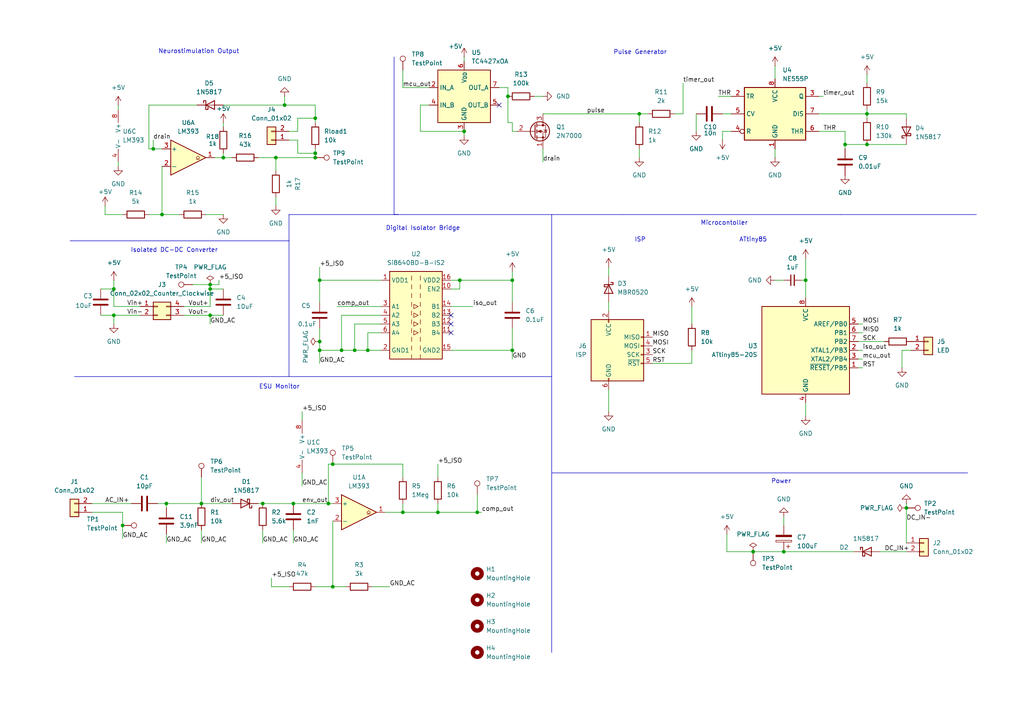
<source format=kicad_sch>
(kicad_sch (version 20250114) (generator "eeschema") (generator_version "9.0")
  (paper "A4")
  (text "ESU Monitor" (at 81.026 112.268 0) (effects (font (size 1.27 1.27))))
  (text "Pulse Generator" (at 185.674 15.24 0) (effects (font (size 1.27 1.27))))
  (text "Neurostimulation Output" (at 57.658 14.986 0) (effects (font (size 1.27 1.27))))
  (text "Digital Isolator Bridge\n\n" (at 122.682 67.31 0) (effects (font (size 1.27 1.27))))
  (text "Isolated DC-DC Converter" (at 50.546 72.644 0) (effects (font (size 1.27 1.27))))
  (text "Microcontoller" (at 210.058 64.77 0) (effects (font (size 1.27 1.27))))
  (text "ISP" (at 185.674 69.596 0) (effects (font (size 1.27 1.27))))
  (text "Power" (at 226.568 139.7 0) (effects (font (size 1.27 1.27))))
  (text "ATtiny85" (at 218.44 69.596 0) (effects (font (size 1.27 1.27))))
  (junction (at 33.02 83.82))
  (junction (at 99.06 101.6))
  (junction (at 127 148.59))
  (junction (at 102.87 101.6))
  (junction (at 76.2 146.05))
  (junction (at 60.96 82.55))
  (junction (at 138.43 148.59))
  (junction (at 92.71 101.6))
  (junction (at 251.46 41.91))
  (junction (at 148.59 101.6))
  (junction (at 106.68 101.6))
  (junction (at 85.09 146.05))
  (junction (at 227.33 160.02))
  (junction (at 185.42 33.02))
  (junction (at 58.42 146.05))
  (junction (at 80.01 45.72))
  (junction (at 33.02 91.44))
  (junction (at 133.35 81.28))
  (junction (at 60.96 83.82))
  (junction (at 91.44 34.29))
  (junction (at 48.26 146.05))
  (junction (at 96.52 170.18))
  (junction (at 82.55 30.48))
  (junction (at 147.32 27.94))
  (junction (at 96.52 134.62))
  (junction (at 46.99 62.23))
  (junction (at 35.56 152.4))
  (junction (at 91.44 44.45))
  (junction (at 60.96 91.44))
  (junction (at 251.46 33.02))
  (junction (at 92.71 99.06))
  (junction (at 245.11 41.91))
  (junction (at 134.62 38.1))
  (junction (at 92.71 81.28))
  (junction (at 218.44 160.02))
  (junction (at 95.25 146.05))
  (junction (at 64.77 45.72))
  (junction (at 44.45 43.18))
  (junction (at 91.44 45.72))
  (junction (at 116.84 148.59))
  (junction (at 233.68 81.28))
  (junction (at 148.59 81.28))
  (junction (at 262.89 147.32))
  (no_connect (at 144.78 30.48))
  (no_connect (at 130.81 91.44))
  (no_connect (at 130.81 93.98))
  (no_connect (at 130.81 96.52))
  (wire (pts (xy 80.01 49.53) (xy 80.01 45.72)))
  (wire (pts (xy 91.44 30.48) (xy 91.44 34.29)))
  (wire (pts (xy 86.36 38.1) (xy 86.36 34.29)))
  (wire (pts (xy 189.23 105.41) (xy 200.66 105.41)))
  (wire (pts (xy 116.84 148.59) (xy 127 148.59)))
  (wire (pts (xy 127 148.59) (xy 138.43 148.59)))
  (wire (pts (xy 97.79 88.9) (xy 110.49 88.9)))
  (wire (pts (xy 148.59 101.6) (xy 148.59 104.14)))
  (wire (pts (xy 237.49 38.1) (xy 245.11 38.1)))
  (wire (pts (xy 58.42 146.05) (xy 67.31 146.05)))
  (polyline (pts (xy 160.02 109.22) (xy 160.02 189.23)))
  (wire (pts (xy 227.33 160.02) (xy 247.65 160.02)))
  (wire (pts (xy 96.52 170.18) (xy 100.33 170.18)))
  (wire (pts (xy 233.68 74.93) (xy 233.68 81.28)))
  (wire (pts (xy 99.06 101.6) (xy 102.87 101.6)))
  (polyline (pts (xy 83.82 62.23) (xy 160.02 62.23)))
  (wire (pts (xy 85.09 153.67) (xy 85.09 157.48)))
  (wire (pts (xy 46.99 62.23) (xy 52.07 62.23)))
  (wire (pts (xy 64.77 44.45) (xy 64.77 45.72)))
  (wire (pts (xy 110.49 91.44) (xy 99.06 91.44)))
  (wire (pts (xy 48.26 146.05) (xy 48.26 147.32)))
  (wire (pts (xy 130.81 81.28) (xy 133.35 81.28)))
  (wire (pts (xy 127 146.05) (xy 127 148.59)))
  (wire (pts (xy 148.59 95.25) (xy 148.59 101.6)))
  (wire (pts (xy 121.92 38.1) (xy 134.62 38.1)))
  (wire (pts (xy 227.33 149.86) (xy 227.33 152.4)))
  (wire (pts (xy 48.26 146.05) (xy 58.42 146.05)))
  (wire (pts (xy 92.71 81.28) (xy 110.49 81.28)))
  (wire (pts (xy 60.96 82.55) (xy 60.96 83.82)))
  (wire (pts (xy 121.92 30.48) (xy 121.92 38.1)))
  (wire (pts (xy 80.01 45.72) (xy 91.44 45.72)))
  (wire (pts (xy 200.66 105.41) (xy 200.66 101.6)))
  (wire (pts (xy 107.95 170.18) (xy 113.03 170.18)))
  (wire (pts (xy 29.21 91.44) (xy 33.02 91.44)))
  (wire (pts (xy 110.49 93.98) (xy 102.87 93.98)))
  (wire (pts (xy 250.19 104.14) (xy 248.92 104.14)))
  (polyline (pts (xy 180.34 62.23) (xy 160.02 62.23)))
  (wire (pts (xy 245.11 41.91) (xy 251.46 41.91)))
  (wire (pts (xy 237.49 27.94) (xy 238.76 27.94)))
  (wire (pts (xy 185.42 33.02) (xy 185.42 35.56)))
  (wire (pts (xy 148.59 38.1) (xy 149.86 38.1)))
  (wire (pts (xy 48.26 154.94) (xy 48.26 157.48)))
  (wire (pts (xy 232.41 81.28) (xy 233.68 81.28)))
  (wire (pts (xy 55.88 82.55) (xy 60.96 82.55)))
  (wire (pts (xy 106.68 101.6) (xy 110.49 101.6)))
  (wire (pts (xy 35.56 148.59) (xy 35.56 152.4)))
  (wire (pts (xy 34.29 46.99) (xy 34.29 48.26)))
  (wire (pts (xy 44.45 43.18) (xy 46.99 43.18)))
  (wire (pts (xy 86.36 44.45) (xy 91.44 44.45)))
  (wire (pts (xy 30.48 62.23) (xy 35.56 62.23)))
  (wire (pts (xy 33.02 88.9) (xy 40.64 88.9)))
  (wire (pts (xy 63.5 81.28) (xy 63.5 82.55)))
  (wire (pts (xy 58.42 153.67) (xy 58.42 157.48)))
  (wire (pts (xy 33.02 83.82) (xy 33.02 88.9)))
  (polyline (pts (xy 83.82 69.85) (xy 83.82 109.22)))
  (wire (pts (xy 87.63 119.38) (xy 87.63 121.92)))
  (wire (pts (xy 29.21 83.82) (xy 33.02 83.82)))
  (wire (pts (xy 218.44 160.02) (xy 227.33 160.02)))
  (polyline (pts (xy 180.34 62.23) (xy 243.84 62.23)))
  (wire (pts (xy 248.92 93.98) (xy 250.19 93.98)))
  (wire (pts (xy 92.71 101.6) (xy 92.71 105.41)))
  (wire (pts (xy 34.29 30.48) (xy 34.29 31.75)))
  (wire (pts (xy 64.77 35.56) (xy 64.77 36.83)))
  (wire (pts (xy 130.81 101.6) (xy 148.59 101.6)))
  (wire (pts (xy 111.76 148.59) (xy 116.84 148.59)))
  (wire (pts (xy 58.42 138.43) (xy 58.42 146.05)))
  (wire (pts (xy 248.92 106.68) (xy 250.19 106.68)))
  (wire (pts (xy 130.81 83.82) (xy 133.35 83.82)))
  (wire (pts (xy 43.18 30.48) (xy 57.15 30.48)))
  (wire (pts (xy 92.71 81.28) (xy 92.71 87.63)))
  (wire (pts (xy 85.09 146.05) (xy 95.25 146.05)))
  (wire (pts (xy 195.58 33.02) (xy 198.12 33.02)))
  (wire (pts (xy 116.84 134.62) (xy 96.52 134.62)))
  (wire (pts (xy 26.67 148.59) (xy 35.56 148.59)))
  (polyline (pts (xy 160.02 62.23) (xy 160.02 109.22)))
  (wire (pts (xy 53.34 88.9) (xy 60.96 88.9)))
  (wire (pts (xy 262.89 147.32) (xy 262.89 157.48)))
  (polyline (pts (xy 114.3 16.51) (xy 114.3 62.23)))
  (wire (pts (xy 80.01 57.15) (xy 80.01 59.69)))
  (wire (pts (xy 43.18 30.48) (xy 43.18 43.18)))
  (wire (pts (xy 251.46 33.02) (xy 262.89 33.02)))
  (wire (pts (xy 96.52 134.62) (xy 95.25 134.62)))
  (wire (pts (xy 154.94 27.94) (xy 157.48 27.94)))
  (wire (pts (xy 92.71 77.47) (xy 92.71 81.28)))
  (wire (pts (xy 185.42 43.18) (xy 185.42 45.72)))
  (wire (pts (xy 64.77 30.48) (xy 82.55 30.48)))
  (wire (pts (xy 255.27 160.02) (xy 262.89 160.02)))
  (wire (pts (xy 44.45 40.64) (xy 44.45 43.18)))
  (wire (pts (xy 134.62 38.1) (xy 134.62 39.37)))
  (wire (pts (xy 147.32 25.4) (xy 147.32 27.94)))
  (wire (pts (xy 33.02 91.44) (xy 40.64 91.44)))
  (wire (pts (xy 86.36 34.29) (xy 91.44 34.29)))
  (wire (pts (xy 233.68 116.84) (xy 233.68 120.65)))
  (wire (pts (xy 59.69 62.23) (xy 64.77 62.23)))
  (wire (pts (xy 262.89 146.05) (xy 262.89 147.32)))
  (wire (pts (xy 210.82 160.02) (xy 218.44 160.02)))
  (polyline (pts (xy 160.02 137.16) (xy 280.67 137.16)))
  (wire (pts (xy 224.79 43.18) (xy 224.79 45.72)))
  (wire (pts (xy 92.71 101.6) (xy 99.06 101.6)))
  (wire (pts (xy 208.28 27.94) (xy 212.09 27.94)))
  (wire (pts (xy 83.82 40.64) (xy 86.36 40.64)))
  (wire (pts (xy 76.2 146.05) (xy 85.09 146.05)))
  (wire (pts (xy 83.82 38.1) (xy 86.36 38.1)))
  (wire (pts (xy 91.44 43.18) (xy 91.44 44.45)))
  (wire (pts (xy 157.48 43.18) (xy 157.48 46.99)))
  (wire (pts (xy 176.53 77.47) (xy 176.53 80.01)))
  (wire (pts (xy 74.93 45.72) (xy 80.01 45.72)))
  (wire (pts (xy 130.81 88.9) (xy 137.16 88.9)))
  (wire (pts (xy 147.32 27.94) (xy 147.32 35.56)))
  (wire (pts (xy 198.12 33.02) (xy 198.12 24.13)))
  (wire (pts (xy 148.59 81.28) (xy 148.59 87.63)))
  (wire (pts (xy 147.32 35.56) (xy 148.59 35.56)))
  (wire (pts (xy 264.16 101.6) (xy 261.62 101.6)))
  (polyline (pts (xy 20.32 69.85) (xy 83.82 69.85)))
  (wire (pts (xy 91.44 44.45) (xy 91.44 45.72)))
  (wire (pts (xy 133.35 81.28) (xy 133.35 83.82)))
  (wire (pts (xy 43.18 43.18) (xy 44.45 43.18)))
  (wire (pts (xy 64.77 45.72) (xy 67.31 45.72)))
  (wire (pts (xy 91.44 170.18) (xy 96.52 170.18)))
  (wire (pts (xy 245.11 38.1) (xy 245.11 41.91)))
  (wire (pts (xy 86.36 40.64) (xy 86.36 44.45)))
  (wire (pts (xy 148.59 78.74) (xy 148.59 81.28)))
  (wire (pts (xy 251.46 33.02) (xy 251.46 34.29)))
  (wire (pts (xy 33.02 81.28) (xy 33.02 83.82)))
  (wire (pts (xy 26.67 146.05) (xy 38.1 146.05)))
  (wire (pts (xy 201.93 33.02) (xy 201.93 38.1)))
  (wire (pts (xy 233.68 81.28) (xy 233.68 86.36)))
  (wire (pts (xy 124.46 30.48) (xy 121.92 30.48)))
  (wire (pts (xy 74.93 146.05) (xy 76.2 146.05)))
  (wire (pts (xy 251.46 21.59) (xy 251.46 24.13)))
  (wire (pts (xy 261.62 101.6) (xy 261.62 106.68)))
  (wire (pts (xy 245.11 43.18) (xy 245.11 41.91)))
  (wire (pts (xy 96.52 151.13) (xy 96.52 170.18)))
  (wire (pts (xy 148.59 35.56) (xy 148.59 38.1)))
  (wire (pts (xy 78.74 167.64) (xy 78.74 170.18)))
  (wire (pts (xy 102.87 93.98) (xy 102.87 101.6)))
  (wire (pts (xy 53.34 91.44) (xy 60.96 91.44)))
  (wire (pts (xy 224.79 81.28) (xy 227.33 81.28)))
  (wire (pts (xy 76.2 153.67) (xy 76.2 157.48)))
  (wire (pts (xy 209.55 38.1) (xy 209.55 40.64)))
  (wire (pts (xy 99.06 91.44) (xy 99.06 101.6)))
  (wire (pts (xy 209.55 33.02) (xy 212.09 33.02)))
  (wire (pts (xy 33.02 91.44) (xy 33.02 93.98)))
  (wire (pts (xy 133.35 81.28) (xy 148.59 81.28)))
  (wire (pts (xy 248.92 99.06) (xy 256.54 99.06)))
  (wire (pts (xy 95.25 134.62) (xy 95.25 146.05)))
  (wire (pts (xy 138.43 143.51) (xy 138.43 148.59)))
  (wire (pts (xy 35.56 152.4) (xy 35.56 156.21)))
  (wire (pts (xy 237.49 33.02) (xy 251.46 33.02)))
  (polyline (pts (xy 21.59 109.22) (xy 160.02 109.22)))
  (wire (pts (xy 62.23 45.72) (xy 64.77 45.72)))
  (wire (pts (xy 212.09 38.1) (xy 209.55 38.1)))
  (wire (pts (xy 262.89 33.02) (xy 262.89 34.29)))
  (wire (pts (xy 60.96 91.44) (xy 60.96 93.98)))
  (wire (pts (xy 92.71 95.25) (xy 92.71 99.06)))
  (wire (pts (xy 78.74 170.18) (xy 83.82 170.18)))
  (wire (pts (xy 116.84 25.4) (xy 124.46 25.4)))
  (wire (pts (xy 157.48 33.02) (xy 185.42 33.02)))
  (wire (pts (xy 102.87 101.6) (xy 106.68 101.6)))
  (wire (pts (xy 95.25 146.05) (xy 96.52 146.05)))
  (wire (pts (xy 251.46 31.75) (xy 251.46 33.02)))
  (wire (pts (xy 248.92 101.6) (xy 250.19 101.6)))
  (wire (pts (xy 251.46 41.91) (xy 262.89 41.91)))
  (wire (pts (xy 248.92 96.52) (xy 250.19 96.52)))
  (wire (pts (xy 64.77 83.82) (xy 60.96 83.82)))
  (wire (pts (xy 134.62 16.51) (xy 134.62 17.78)))
  (wire (pts (xy 200.66 88.9) (xy 200.66 93.98)))
  (wire (pts (xy 87.63 137.16) (xy 87.63 140.97)))
  (wire (pts (xy 127 134.62) (xy 127 138.43)))
  (wire (pts (xy 116.84 146.05) (xy 116.84 148.59)))
  (wire (pts (xy 144.78 25.4) (xy 147.32 25.4)))
  (wire (pts (xy 116.84 138.43) (xy 116.84 134.62)))
  (wire (pts (xy 176.53 113.03) (xy 176.53 119.38)))
  (wire (pts (xy 210.82 154.94) (xy 210.82 160.02)))
  (wire (pts (xy 224.79 19.05) (xy 224.79 22.86)))
  (wire (pts (xy 60.96 83.82) (xy 60.96 88.9)))
  (polyline (pts (xy 114.3 62.23) (xy 115.57 62.23)))
  (wire (pts (xy 110.49 96.52) (xy 106.68 96.52)))
  (wire (pts (xy 60.96 91.44) (xy 64.77 91.44)))
  (wire (pts (xy 106.68 96.52) (xy 106.68 101.6)))
  (polyline (pts (xy 83.82 69.85) (xy 83.82 62.23)))
  (wire (pts (xy 92.71 99.06) (xy 92.71 101.6)))
  (wire (pts (xy 46.99 48.26) (xy 46.99 62.23)))
  (wire (pts (xy 82.55 27.94) (xy 82.55 30.48)))
  (wire (pts (xy 176.53 87.63) (xy 176.53 90.17)))
  (wire (pts (xy 138.43 148.59) (xy 139.7 148.59)))
  (wire (pts (xy 63.5 82.55) (xy 60.96 82.55)))
  (wire (pts (xy 82.55 30.48) (xy 91.44 30.48)))
  (wire (pts (xy 45.72 146.05) (xy 48.26 146.05)))
  (wire (pts (xy 43.18 62.23) (xy 46.99 62.23)))
  (wire (pts (xy 187.96 33.02) (xy 185.42 33.02)))
  (wire (pts (xy 116.84 20.32) (xy 116.84 25.4)))
  (polyline (pts (xy 243.84 62.23) (xy 283.21 62.23)))
  (wire (pts (xy 30.48 59.69) (xy 30.48 62.23)))
  (wire (pts (xy 91.44 34.29) (xy 91.44 35.56)))
  (label "Vout+" (at 54.61 88.9 0))
  (label "Vout-" (at 54.61 91.44 0))
  (label "MISO" (at 250.19 96.52 0))
  (label "+5_ISO" (at 63.5 81.28 0))
  (label "MISO" (at 189.23 97.79 0))
  (label "GND_AC" (at 87.63 140.97 0))
  (label "drain" (at 157.48 46.99 0))
  (label "iso_out" (at 137.16 88.9 0))
  (label "GND_AC" (at 76.2 157.48 0))
  (label "env_out" (at 87.63 146.05 0))
  (label "THR" (at 238.76 38.1 0))
  (label "GND_AC" (at 48.26 157.48 0))
  (label "mcu_out" (at 250.19 104.14 0))
  (label "RST" (at 250.19 106.68 0))
  (label "RST" (at 189.23 105.41 0))
  (label "div_out" (at 60.96 146.05 0))
  (label "AC_IN+" (at 30.48 146.05 0))
  (label "MOSI" (at 189.23 100.33 0))
  (label "+5_ISO" (at 127 134.62 0))
  (label "SCK" (at 189.23 102.87 0))
  (label "GND_AC" (at 60.96 93.98 0))
  (label "SCK" (at 250.19 99.06 0))
  (label "DC_IN-" (at 262.89 151.13 0))
  (label "GND" (at 148.59 104.14 0))
  (label "comp_out" (at 97.79 88.9 0))
  (label "GND_AC" (at 113.03 170.18 0))
  (label "Vin-" (at 36.83 91.44 0))
  (label "+5_ISO" (at 92.71 77.47 0))
  (label "mcu_out" (at 116.84 25.4 0))
  (label "+5_ISO" (at 78.74 167.64 0))
  (label "pulse" (at 170.18 33.02 0))
  (label "MOSI" (at 250.19 93.98 0))
  (label "+5_ISO" (at 87.63 119.38 0))
  (label "GND_AC" (at 58.42 157.48 0))
  (label "timer_out" (at 198.12 24.13 0))
  (label "DC_IN+" (at 256.54 160.02 0))
  (label "GND_AC" (at 35.56 156.21 0))
  (label "comp_out" (at 139.7 148.59 0))
  (label "timer_out" (at 238.76 27.94 0))
  (label "THR" (at 208.28 27.94 0))
  (label "Vin+" (at 36.83 88.9 0))
  (label "GND_AC" (at 92.71 105.41 0))
  (label "drain" (at 44.45 40.64 0))
  (label "GND_AC" (at 85.09 157.48 0))
  (label "iso_out" (at 250.19 101.6 0))
  (symbol (lib_id "Device:C") (at 148.59 91.44 0) (unit 1)
    (property "Reference" "C6" (at 152.4 90.1699 0) (effects (justify left)))
    (property "Value" "0.1uF" (at 152.4 92.7099 0) (effects (justify left)))
    (property "Footprint" "Capacitor_THT:C_Disc_D4.7mm_W2.5mm_P5.00mm" (effects (hide yes)))
    (property "Description" "Unpolarized capacitor" (effects (hide yes)))
  )
  (symbol (lib_id "Device:R") (at 64.77 40.64 180) (unit 1)
    (property "Reference" "R18" (at 59.69 39.624 0) (effects (justify right)))
    (property "Value" "1k" (at 60.452 41.656 0) (effects (justify right)))
    (property "Footprint" "Resistor_THT:R_Axial_DIN0207_L6.3mm_D2.5mm_P10.16mm_Horizontal" (effects (hide yes)))
    (property "Description" "Resistor" (effects (hide yes)))
  )
  (symbol (lib_id "Connector:TestPoint") (at 55.88 82.55 90) (unit 1)
    (property "Reference" "TP4" (at 52.578 77.47 90))
    (property "Value" "TestPoint" (at 52.578 80.01 90))
    (property "Footprint" "TestPoint:TestPoint_Pad_D1.5mm" (effects (hide yes)))
    (property "Description" "test point" (effects (hide yes)))
  )
  (symbol (lib_id "Comparator:LM393") (at 36.83 39.37 0) (unit 3)
    (property "Reference" "U6" (at 35.56 38.0999 0) (effects (justify left)))
    (property "Value" "LM393" (at 35.56 40.6399 0) (effects (justify left)))
    (property "Footprint" "Package_DIP:DIP-8_W7.62mm" (effects (hide yes)))
    (property "Datasheet" "http://www.ti.com/lit/ds/symlink/lm393.pdf" (effects (hide yes)))
    (property "Description" "Low-Power, Low-Offset Voltage, Dual Comparators, DIP-8/SOIC-8/TO-99-8" (effects (hide yes)))
  )
  (symbol (lib_id "power:GND") (at 33.02 93.98 0) (unit 1)
    (property "Reference" "#PWR01" (effects (hide yes)))
    (property "Value" "GND" (at 33.02 99.06 0))
    (property "Description" "Power symbol creates a global label with name \"GND\" , ground" (effects (hide yes)))
  )
  (symbol (lib_id "Connector:TestPoint") (at 262.89 147.32 270) (unit 1)
    (property "Reference" "TP2" (at 267.97 146.0499 90) (effects (justify left)))
    (property "Value" "TestPoint" (at 267.97 148.5899 90) (effects (justify left)))
    (property "Footprint" "TestPoint:TestPoint_Pad_D1.5mm" (effects (hide yes)))
    (property "Description" "test point" (effects (hide yes)))
  )
  (symbol (lib_id "power:PWR_FLAG") (at 262.89 147.32 90) (unit 1)
    (property "Reference" "#FLG04" (effects (hide yes)))
    (property "Value" "PWR_FLAG" (at 259.08 147.3199 90) (effects (justify left)))
    (property "Description" "Special symbol for telling ERC where power comes from" (effects (hide yes)))
  )
  (symbol (lib_id "power:+5V") (at 30.48 59.69 0) (unit 1)
    (property "Reference" "#PWR026" (effects (hide yes)))
    (property "Value" "+5V" (at 30.48 55.626 0))
    (property "Description" "Power symbol creates a global label with name \"+5V\"" (effects (hide yes)))
  )
  (symbol (lib_id "Connector_Generic:Conn_02x02_Counter_Clockwise") (at 45.72 88.9 0) (unit 1)
    (property "Reference" "J3" (at 46.99 82.55 0))
    (property "Value" "Conn_02x02_Counter_Clockwise" (at 46.99 85.09 0))
    (property "Footprint" "Connector_PinHeader_2.54mm:PinHeader_1x04_P2.54mm_Vertical" (effects (hide yes)))
    (property "Description" "Generic connector, double row, 02x02, counter clockwise pin numbering scheme (similar to DIP package numbering), script generated (kicad-library-utils/schlib/autogen/connector/)" (effects (hide yes)))
  )
  (symbol (lib_id "Device:C") (at 48.26 151.13 180) (unit 1)
    (property "Reference" "C11" (at 52.07 149.8599 0) (effects (justify right)))
    (property "Value" "3.9nF" (at 52.07 152.3999 0) (effects (justify right)))
    (property "Footprint" "Capacitor_THT:C_Disc_D4.7mm_W2.5mm_P5.00mm" (effects (hide yes)))
    (property "Description" "Unpolarized capacitor" (effects (hide yes)))
  )
  (symbol (lib_id "Diode:1N5817") (at 262.89 38.1 90) (unit 1)
    (property "Reference" "D4" (at 265.43 37.1474 90) (effects (justify right)))
    (property "Value" "1N5817" (at 265.43 39.6874 90) (effects (justify right)))
    (property "Footprint" "Diode_THT:D_DO-41_SOD81_P10.16mm_Horizontal" (effects (hide yes)))
    (property "Datasheet" "http://www.vishay.com/docs/88525/1n5817.pdf" (effects (hide yes)))
    (property "Description" "20V 1A Schottky Barrier Rectifier Diode, DO-41" (effects (hide yes)))
  )
  (symbol (lib_id "power:GND") (at 233.68 120.65 0) (unit 1)
    (property "Reference" "#PWR010" (effects (hide yes)))
    (property "Value" "GND" (at 233.68 125.73 0))
    (property "Description" "Power symbol creates a global label with name \"GND\" , ground" (effects (hide yes)))
  )
  (symbol (lib_id "power:GND") (at 245.11 50.8 0) (unit 1)
    (property "Reference" "#PWR018" (effects (hide yes)))
    (property "Value" "GND" (at 245.11 55.88 0))
    (property "Description" "Power symbol creates a global label with name \"GND\" , ground" (effects (hide yes)))
  )
  (symbol (lib_id "power:PWR_FLAG") (at 218.44 160.02 0) (unit 1)
    (property "Reference" "#FLG03" (effects (hide yes)))
    (property "Value" "PWR_FLAG" (at 218.44 154.94 0))
    (property "Description" "Special symbol for telling ERC where power comes from" (effects (hide yes)))
  )
  (symbol (lib_id "Device:C") (at 41.91 146.05 90) (unit 1)
    (property "Reference" "C1" (at 41.91 138.43 90))
    (property "Value" "10pF" (at 41.91 140.97 90))
    (property "Footprint" "Capacitor_THT:C_Disc_D4.7mm_W2.5mm_P5.00mm" (effects (hide yes)))
    (property "Description" "Unpolarized capacitor" (effects (hide yes)))
  )
  (symbol (lib_id "Diode:1N5817") (at 71.12 146.05 180) (unit 1)
    (property "Reference" "D1" (at 71.4375 139.7 0))
    (property "Value" "1N5817" (at 71.4375 142.24 0))
    (property "Footprint" "Diode_THT:D_DO-41_SOD81_P10.16mm_Horizontal" (effects (hide yes)))
    (property "Datasheet" "http://www.vishay.com/docs/88525/1n5817.pdf" (effects (hide yes)))
    (property "Description" "20V 1A Schottky Barrier Rectifier Diode, DO-41" (effects (hide yes)))
  )
  (symbol (lib_id "Device:R") (at 71.12 45.72 90) (unit 1)
    (property "Reference" "R16" (at 71.12 39.37 90))
    (property "Value" "43k" (at 71.12 41.91 90))
    (property "Footprint" "Resistor_THT:R_Axial_DIN0207_L6.3mm_D2.5mm_P10.16mm_Horizontal" (effects (hide yes)))
    (property "Description" "Resistor" (effects (hide yes)))
  )
  (symbol (lib_id "Device:C") (at 85.09 149.86 0) (unit 1)
    (property "Reference" "C2" (at 88.9 148.5899 0) (effects (justify left)))
    (property "Value" "1nF" (at 88.9 151.1299 0) (effects (justify left)))
    (property "Footprint" "Capacitor_THT:C_Disc_D4.7mm_W2.5mm_P5.00mm" (effects (hide yes)))
    (property "Description" "Unpolarized capacitor" (effects (hide yes)))
  )
  (symbol (lib_id "Device:C") (at 29.21 87.63 180) (unit 1)
    (property "Reference" "C3" (at 24.13 85.852 0) (effects (justify right)))
    (property "Value" "10uF" (at 21.844 88.646 0) (effects (justify right)))
    (property "Footprint" "Capacitor_THT:C_Disc_D4.7mm_W2.5mm_P5.00mm" (effects (hide yes)))
    (property "Description" "Unpolarized capacitor" (effects (hide yes)))
  )
  (symbol (lib_id "Device:R") (at 55.88 62.23 90) (unit 1)
    (property "Reference" "R15" (at 55.88 55.88 90))
    (property "Value" "1k" (at 55.88 58.42 90))
    (property "Footprint" "Resistor_THT:R_Axial_DIN0207_L6.3mm_D2.5mm_P10.16mm_Horizontal" (effects (hide yes)))
    (property "Description" "Resistor" (effects (hide yes)))
  )
  (symbol (lib_id "Connector_Generic:Conn_01x02") (at 267.97 157.48 0) (unit 1)
    (property "Reference" "J2" (at 270.51 157.4799 0) (effects (justify left)))
    (property "Value" "Conn_01x02" (at 270.51 160.0199 0) (effects (justify left)))
    (property "Footprint" "Connector_PinHeader_2.54mm:PinHeader_1x02_P2.54mm_Vertical" (effects (hide yes)))
    (property "Description" "Generic connector, single row, 01x02, script generated (kicad-library-utils/schlib/autogen/connector/)" (effects (hide yes)))
  )
  (symbol (lib_id "power:+5V") (at 34.29 30.48 0) (unit 1)
    (property "Reference" "#PWR024" (effects (hide yes)))
    (property "Value" "+5V" (at 34.29 25.4 0))
    (property "Description" "Power symbol creates a global label with name \"+5V\"" (effects (hide yes)))
  )
  (symbol (lib_id "power:GND") (at 201.93 38.1 0) (unit 1)
    (property "Reference" "#PWR030" (effects (hide yes)))
    (property "Value" "GND" (at 201.93 43.18 0))
    (property "Description" "Power symbol creates a global label with name \"GND\" , ground" (effects (hide yes)))
  )
  (symbol (lib_id "Device:R") (at 185.42 39.37 180) (unit 1)
    (property "Reference" "R12" (at 187.96 38.0999 0) (effects (justify right)))
    (property "Value" "1k" (at 187.96 40.6399 0) (effects (justify right)))
    (property "Footprint" "Resistor_THT:R_Axial_DIN0207_L6.3mm_D2.5mm_P10.16mm_Horizontal" (effects (hide yes)))
    (property "Description" "Resistor" (effects (hide yes)))
  )
  (symbol (lib_id "Mechanical:MountingHole") (at 138.43 166.37 0) (unit 1) (in_bom no)
    (property "Reference" "H1" (at 140.97 165.0999 0) (effects (justify left)))
    (property "Value" "MountingHole" (at 140.97 167.6399 0) (effects (justify left)))
    (property "Footprint" "MountingHole:MountingHole_3.2mm_M3" (effects (hide yes)))
    (property "Description" "Mounting Hole without connection" (effects (hide yes)))
  )
  (symbol (lib_id "power:GND") (at 224.79 45.72 0) (unit 1)
    (property "Reference" "#PWR013" (effects (hide yes)))
    (property "Value" "GND" (at 224.79 50.8 0))
    (property "Description" "Power symbol creates a global label with name \"GND\" , ground" (effects (hide yes)))
  )
  (symbol (lib_id "power:GND") (at 157.48 27.94 90) (unit 1)
    (property "Reference" "#PWR023" (effects (hide yes)))
    (property "Value" "GND" (at 161.29 27.9399 90) (effects (justify right)))
    (property "Description" "Power symbol creates a global label with name \"GND\" , ground" (effects (hide yes)))
  )
  (symbol (lib_id "power:GND") (at 134.62 39.37 0) (unit 1)
    (property "Reference" "#PWR022" (effects (hide yes)))
    (property "Value" "GND" (at 134.62 44.45 0))
    (property "Description" "Power symbol creates a global label with name \"GND\" , ground" (effects (hide yes)))
  )
  (symbol (lib_id "Connector_Generic:Conn_01x02") (at 21.59 148.59 180) (unit 1)
    (property "Reference" "J1" (at 21.59 139.7 0))
    (property "Value" "Conn_01x02" (at 21.59 142.24 0))
    (property "Footprint" "Connector_PinHeader_2.54mm:PinHeader_1x02_P2.54mm_Vertical" (effects (hide yes)))
    (property "Description" "Generic connector, single row, 01x02, script generated (kicad-library-utils/schlib/autogen/connector/)" (effects (hide yes)))
  )
  (symbol (lib_id "power:GND") (at 185.42 45.72 0) (unit 1)
    (property "Reference" "#PWR020" (effects (hide yes)))
    (property "Value" "GND" (at 185.42 50.8 0))
    (property "Description" "Power symbol creates a global label with name \"GND\" , ground" (effects (hide yes)))
  )
  (symbol (lib_id "Connector:TestPoint") (at 96.52 134.62 0) (unit 1)
    (property "Reference" "TP5" (at 99.06 130.0479 0) (effects (justify left)))
    (property "Value" "TestPoint" (at 99.06 132.5879 0) (effects (justify left)))
    (property "Footprint" "TestPoint:TestPoint_Pad_D1.5mm" (effects (hide yes)))
    (property "Description" "test point" (effects (hide yes)))
  )
  (symbol (lib_id "power:+5V") (at 233.68 74.93 0) (unit 1)
    (property "Reference" "#PWR09" (effects (hide yes)))
    (property "Value" "+5V" (at 233.68 69.85 0))
    (property "Description" "Power symbol creates a global label with name \"+5V\"" (effects (hide yes)))
  )
  (symbol (lib_id "Device:R") (at 251.46 38.1 0) (unit 1)
    (property "Reference" "R10" (at 254 36.8299 0) (effects (justify left)))
    (property "Value" "130k" (at 254 39.3699 0) (effects (justify left)))
    (property "Footprint" "Resistor_THT:R_Axial_DIN0207_L6.3mm_D2.5mm_P10.16mm_Horizontal" (effects (hide yes)))
    (property "Description" "Resistor" (effects (hide yes)))
  )
  (symbol (lib_id "power:GND") (at 80.01 59.69 0) (unit 1)
    (property "Reference" "#PWR028" (effects (hide yes)))
    (property "Value" "GND" (at 80.01 64.77 0))
    (property "Description" "Power symbol creates a global label with name \"GND\" , ground" (effects (hide yes)))
  )
  (symbol (lib_id "power:+5V") (at 224.79 19.05 0) (unit 1)
    (property "Reference" "#PWR014" (effects (hide yes)))
    (property "Value" "+5V" (at 224.79 13.97 0))
    (property "Description" "Power symbol creates a global label with name \"+5V\"" (effects (hide yes)))
  )
  (symbol (lib_id "Device:R") (at 80.01 53.34 0) (unit 1)
    (property "Reference" "R17" (at 86.36 53.34 90))
    (property "Value" "1k" (at 83.82 53.34 90))
    (property "Footprint" "Resistor_THT:R_Axial_DIN0207_L6.3mm_D2.5mm_P10.16mm_Horizontal" (effects (hide yes)))
    (property "Description" "Resistor" (effects (hide yes)))
  )
  (symbol (lib_id "Mechanical:MountingHole") (at 138.43 173.99 0) (unit 1) (in_bom no)
    (property "Reference" "H2" (at 140.97 172.7199 0) (effects (justify left)))
    (property "Value" "MountingHole" (at 140.97 175.2599 0) (effects (justify left)))
    (property "Footprint" "MountingHole:MountingHole_3.2mm_M3" (effects (hide yes)))
    (property "Description" "Mounting Hole without connection" (effects (hide yes)))
  )
  (symbol (lib_id "Device:R") (at 39.37 62.23 90) (unit 1)
    (property "Reference" "R14" (at 39.37 55.88 90))
    (property "Value" "5k" (at 39.37 58.42 90))
    (property "Footprint" "Resistor_THT:R_Axial_DIN0207_L6.3mm_D2.5mm_P10.16mm_Horizontal" (effects (hide yes)))
    (property "Description" "Resistor" (effects (hide yes)))
  )
  (symbol (lib_id "Device:R") (at 87.63 170.18 90) (unit 1)
    (property "Reference" "R4" (at 87.63 163.83 90))
    (property "Value" "47k" (at 87.63 166.37 90))
    (property "Footprint" "Resistor_THT:R_Axial_DIN0207_L6.3mm_D2.5mm_P10.16mm_Horizontal" (effects (hide yes)))
    (property "Description" "Resistor" (effects (hide yes)))
  )
  (symbol (lib_id "power:GND") (at 261.62 106.68 0) (unit 1)
    (property "Reference" "#PWR012" (effects (hide yes)))
    (property "Value" "GND" (at 261.62 111.76 0))
    (property "Description" "Power symbol creates a global label with name \"GND\" , ground" (effects (hide yes)))
  )
  (symbol (lib_id "Device:R") (at 200.66 97.79 0) (unit 1)
    (property "Reference" "R8" (at 203.2 96.5199 0) (effects (justify left)))
    (property "Value" "10k" (at 203.2 99.0599 0) (effects (justify left)))
    (property "Footprint" "Resistor_THT:R_Axial_DIN0207_L6.3mm_D2.5mm_P10.16mm_Horizontal" (effects (hide yes)))
    (property "Description" "Resistor" (effects (hide yes)))
  )
  (symbol (lib_id "power:+5V") (at 148.59 78.74 0) (unit 1)
    (property "Reference" "#PWR07" (effects (hide yes)))
    (property "Value" "+5V" (at 148.59 73.66 0))
    (property "Description" "Power symbol creates a global label with name \"+5V\"" (effects (hide yes)))
  )
  (symbol (lib_id "Device:C") (at 245.11 46.99 0) (unit 1)
    (property "Reference" "C9" (at 248.92 45.7199 0) (effects (justify left)))
    (property "Value" "0.01uF" (at 248.92 48.2599 0) (effects (justify left)))
    (property "Footprint" "Capacitor_THT:C_Disc_D4.7mm_W2.5mm_P5.00mm" (effects (hide yes)))
    (property "Description" "Unpolarized capacitor" (effects (hide yes)))
  )
  (symbol (lib_id "power:GND") (at 176.53 119.38 0) (unit 1)
    (property "Reference" "#PWR015" (effects (hide yes)))
    (property "Value" "GND" (at 176.53 124.46 0))
    (property "Description" "Power symbol creates a global label with name \"GND\" , ground" (effects (hide yes)))
  )
  (symbol (lib_id "power:+5V") (at 210.82 154.94 0) (unit 1)
    (property "Reference" "#PWR05" (effects (hide yes)))
    (property "Value" "+5V" (at 210.82 149.86 0))
    (property "Description" "Power symbol creates a global label with name \"+5V\"" (effects (hide yes)))
  )
  (symbol (lib_id "power:GND") (at 262.89 146.05 180) (unit 1)
    (property "Reference" "#PWR02" (effects (hide yes)))
    (property "Value" "GND" (at 262.89 140.97 0))
    (property "Description" "Power symbol creates a global label with name \"GND\" , ground" (effects (hide yes)))
  )
  (symbol (lib_id "power:GND") (at 227.33 149.86 180) (unit 1)
    (property "Reference" "#PWR04" (effects (hide yes)))
    (property "Value" "GND" (at 227.33 144.78 0))
    (property "Description" "Power symbol creates a global label with name \"GND\" , ground" (effects (hide yes)))
  )
  (symbol (lib_id "Connector_Generic:Conn_01x02") (at 269.24 99.06 0) (unit 1)
    (property "Reference" "J5" (at 271.78 99.0599 0) (effects (justify left)))
    (property "Value" "LED" (at 271.78 101.5999 0) (effects (justify left)))
    (property "Footprint" "Connector_Molex:Molex_KK-254_AE-6410-02A_1x02_P2.54mm_Vertical" (effects (hide yes)))
    (property "Description" "Generic connector, single row, 01x02, script generated (kicad-library-utils/schlib/autogen/connector/)" (effects (hide yes)))
  )
  (symbol (lib_id "power:+5V") (at 64.77 35.56 0) (unit 1)
    (property "Reference" "#PWR03" (effects (hide yes)))
    (property "Value" "+5V" (at 64.77 31.496 0))
    (property "Description" "Power symbol creates a global label with name \"+5V\"" (effects (hide yes)))
  )
  (symbol (lib_id "Driver_FET:TC4427xOA") (at 134.62 27.94 0) (unit 1)
    (property "Reference" "U5" (at 136.7633 15.24 0) (effects (justify left)))
    (property "Value" "TC4427xOA" (at 136.7633 17.78 0) (effects (justify left)))
    (property "Footprint" "Package_SO:SOIC-8_3.9x4.9mm_P1.27mm" (effects (hide yes)))
    (property "Datasheet" "https://ww1.microchip.com/downloads/en/DeviceDoc/20001422G.pdf" (effects (hide yes)))
    (property "Description" "1.5A Dual High-Speed Power MOSFET Drivers, 4.5..18V supply, TTL/CMOS compatible inputs, non-inverting drivers, SOIC-8" (effects (hide yes)))
  )
  (symbol (lib_id "Device:C") (at 92.71 91.44 0) (unit 1)
    (property "Reference" "C5" (at 87.376 88.646 0) (effects (justify left)))
    (property "Value" "0.1uF" (at 86.36 93.98 0) (effects (justify left)))
    (property "Footprint" "Capacitor_THT:C_Disc_D4.7mm_W2.5mm_P5.00mm" (effects (hide yes)))
    (property "Description" "Unpolarized capacitor" (effects (hide yes)))
  )
  (symbol (lib_id "Connector:TestPoint") (at 218.44 160.02 180) (unit 1)
    (property "Reference" "TP3" (at 220.98 162.0519 0) (effects (justify right)))
    (property "Value" "TestPoint" (at 220.98 164.5919 0) (effects (justify right)))
    (property "Footprint" "TestPoint:TestPoint_Pad_D1.5mm" (effects (hide yes)))
    (property "Description" "test point" (effects (hide yes)))
  )
  (symbol (lib_id "power:GND") (at 34.29 48.26 0) (unit 1)
    (property "Reference" "#PWR025" (effects (hide yes)))
    (property "Value" "GND" (at 34.29 53.34 0))
    (property "Description" "Power symbol creates a global label with name \"GND\" , ground" (effects (hide yes)))
  )
  (symbol (lib_id "power:GND") (at 64.77 62.23 0) (unit 1)
    (property "Reference" "#PWR027" (effects (hide yes)))
    (property "Value" "GND" (at 64.77 67.31 0))
    (property "Description" "Power symbol creates a global label with name \"GND\" , ground" (effects (hide yes)))
  )
  (symbol (lib_id "Comparator:LM393") (at 54.61 45.72 0) (unit 1)
    (property "Reference" "U6" (at 54.61 35.56 0))
    (property "Value" "LM393" (at 54.61 38.1 0))
    (property "Footprint" "Package_DIP:DIP-8_W7.62mm" (effects (hide yes)))
    (property "Datasheet" "http://www.ti.com/lit/ds/symlink/lm393.pdf" (effects (hide yes)))
    (property "Description" "Low-Power, Low-Offset Voltage, Dual Comparators, DIP-8/SOIC-8/TO-99-8" (effects (hide yes)))
  )
  (symbol (lib_id "power:PWR_FLAG") (at 60.96 82.55 0) (unit 1)
    (property "Reference" "#FLG01" (effects (hide yes)))
    (property "Value" "PWR_FLAG" (at 60.96 77.47 0))
    (property "Description" "Special symbol for telling ERC where power comes from" (effects (hide yes)))
  )
  (symbol (lib_id "Device:R") (at 191.77 33.02 90) (unit 1)
    (property "Reference" "R11" (at 191.77 26.67 90))
    (property "Value" "2k" (at 191.77 29.21 90))
    (property "Footprint" "Resistor_THT:R_Axial_DIN0207_L6.3mm_D2.5mm_P10.16mm_Horizontal" (effects (hide yes)))
    (property "Description" "Resistor" (effects (hide yes)))
  )
  (symbol (lib_id "Connector_Generic:Conn_01x02") (at 78.74 40.64 180) (unit 1)
    (property "Reference" "J4" (at 78.74 31.75 0))
    (property "Value" "Conn_01x02" (at 78.74 34.29 0))
    (property "Footprint" "Connector_PinHeader_2.54mm:PinHeader_1x02_P2.54mm_Vertical" (effects (hide yes)))
    (property "Description" "Generic connector, single row, 01x02, script generated (kicad-library-utils/schlib/autogen/connector/)" (effects (hide yes)))
  )
  (symbol (lib_id "Transistor_FET:2N7000") (at 154.94 38.1 0) (unit 1)
    (property "Reference" "Q1" (at 161.29 36.8299 0) (effects (justify left)))
    (property "Value" "2N7000" (at 161.29 39.3699 0) (effects (justify left)))
    (property "Footprint" "Package_TO_SOT_THT:TO-92_Inline" (effects (hide yes)))
    (property "Datasheet" "https://www.vishay.com/docs/70226/70226.pdf" (effects (hide yes)))
    (property "Description" "0.2A Id, 200V Vds, N-Channel MOSFET, 2.6V Logic Level, TO-92" (effects (hide yes)))
  )
  (symbol (lib_id "Device:R") (at 91.44 39.37 0) (unit 1)
    (property "Reference" "Rload1" (at 93.98 38.0999 0) (effects (justify left)))
    (property "Value" "10k" (at 93.98 40.6399 0) (effects (justify left)))
    (property "Footprint" "Resistor_THT:R_Axial_DIN0207_L6.3mm_D2.5mm_P10.16mm_Horizontal" (effects (hide yes)))
    (property "Description" "Resistor" (effects (hide yes)))
  )
  (symbol (lib_id "power:+5V") (at 33.02 81.28 0) (unit 1)
    (property "Reference" "#PWR06" (effects (hide yes)))
    (property "Value" "+5V" (at 33.02 76.2 0))
    (property "Description" "Power symbol creates a global label with name \"+5V\"" (effects (hide yes)))
  )
  (symbol (lib_id "Connector:TestPoint") (at 58.42 138.43 0) (unit 1)
    (property "Reference" "TP6" (at 60.96 133.8579 0) (effects (justify left)))
    (property "Value" "TestPoint" (at 60.96 136.3979 0) (effects (justify left)))
    (property "Footprint" "TestPoint:TestPoint_Pad_D1.5mm" (effects (hide yes)))
    (property "Description" "test point" (effects (hide yes)))
  )
  (symbol (lib_id "Device:R") (at 76.2 149.86 0) (unit 1)
    (property "Reference" "R2" (at 78.74 148.5899 0) (effects (justify left)))
    (property "Value" "5.6k" (at 78.74 151.1299 0) (effects (justify left)))
    (property "Footprint" "Resistor_THT:R_Axial_DIN0207_L6.3mm_D2.5mm_P10.16mm_Horizontal" (effects (hide yes)))
    (property "Description" "Resistor" (effects (hide yes)))
  )
  (symbol (lib_id "power:+5V") (at 200.66 88.9 0) (unit 1)
    (property "Reference" "#PWR016" (effects (hide yes)))
    (property "Value" "+5V" (at 200.66 83.82 0))
    (property "Description" "Power symbol creates a global label with name \"+5V\"" (effects (hide yes)))
  )
  (symbol (lib_id "power:PWR_FLAG") (at 92.71 99.06 90) (unit 1)
    (property "Reference" "#FLG02" (effects (hide yes)))
    (property "Value" "PWR_FLAG" (at 88.646 105.41 0) (effects (justify left)))
    (property "Description" "Special symbol for telling ERC where power comes from" (effects (hide yes)))
  )
  (symbol (lib_id "Device:C") (at 64.77 87.63 180) (unit 1)
    (property "Reference" "C4" (at 68.58 86.3599 0) (effects (justify right)))
    (property "Value" "10uF" (at 68.58 88.8999 0) (effects (justify right)))
    (property "Footprint" "Capacitor_THT:C_Disc_D4.7mm_W2.5mm_P5.00mm" (effects (hide yes)))
    (property "Description" "Unpolarized capacitor" (effects (hide yes)))
  )
  (symbol (lib_id "Device:C_Small") (at 229.87 81.28 90) (unit 1)
    (property "Reference" "C8" (at 229.8763 74.93 90))
    (property "Value" "1uF" (at 229.8763 77.47 90))
    (property "Footprint" "Capacitor_THT:C_Disc_D4.7mm_W2.5mm_P5.00mm" (effects (hide yes)))
    (property "Description" "Unpolarized capacitor, small symbol" (effects (hide yes)))
  )
  (symbol (lib_id "Device:R") (at 151.13 27.94 90) (unit 1)
    (property "Reference" "R13" (at 151.13 21.59 90))
    (property "Value" "100k" (at 151.13 24.13 90))
    (property "Footprint" "Resistor_THT:R_Axial_DIN0207_L6.3mm_D2.5mm_P10.16mm_Horizontal" (effects (hide yes)))
    (property "Description" "Resistor" (effects (hide yes)))
  )
  (symbol (lib_id "power:+5V") (at 251.46 21.59 0) (unit 1)
    (property "Reference" "#PWR017" (effects (hide yes)))
    (property "Value" "+5V" (at 251.46 16.51 0))
    (property "Description" "Power symbol creates a global label with name \"+5V\"" (effects (hide yes)))
  )
  (symbol (lib_id "Device:R") (at 251.46 27.94 0) (unit 1)
    (property "Reference" "R9" (at 254 26.6699 0) (effects (justify left)))
    (property "Value" "15k" (at 254 29.2099 0) (effects (justify left)))
    (property "Footprint" "Resistor_THT:R_Axial_DIN0207_L6.3mm_D2.5mm_P10.16mm_Horizontal" (effects (hide yes)))
    (property "Description" "Resistor" (effects (hide yes)))
  )
  (symbol (lib_id "power:+5V") (at 209.55 40.64 180) (unit 1)
    (property "Reference" "#PWR019" (effects (hide yes)))
    (property "Value" "+5V" (at 209.55 45.72 0))
    (property "Description" "Power symbol creates a global label with name \"+5V\"" (effects (hide yes)))
  )
  (symbol (lib_id "Isolator:Si8640BD-B-IS2") (at 120.65 91.44 0) (unit 1)
    (property "Reference" "U2" (at 120.65 73.66 0))
    (property "Value" "Si8640BD-B-IS2" (at 120.65 76.2 0))
    (property "Footprint" "Package_SO:SOIC-16W_7.5x10.3mm_P1.27mm" (effects (hide yes)))
    (property "Datasheet" "https://www.silabs.com/documents/public/data-sheets/si864x-datasheet.pdf" (effects (hide yes)))
    (property "Description" "Low-Power Quad-Channel Digital Isolator, 150Mbps, 2.5-5.5V, 5.0kV isolation, Fail-Safe Low, 8mm creepage, SOIC-16W" (effects (hide yes)))
  )
  (symbol (lib_id "Connector:TestPoint") (at 116.84 20.32 0) (unit 1)
    (property "Reference" "TP8" (at 119.38 15.7479 0) (effects (justify left)))
    (property "Value" "TestPoint" (at 119.38 18.2879 0) (effects (justify left)))
    (property "Footprint" "TestPoint:TestPoint_Pad_D1.5mm" (effects (hide yes)))
    (property "Description" "test point" (effects (hide yes)))
  )
  (symbol (lib_id "power:+5V") (at 134.62 16.51 0) (unit 1)
    (property "Reference" "#PWR021" (effects (hide yes)))
    (property "Value" "+5V" (at 132.08 13.462 0))
    (property "Description" "Power symbol creates a global label with name \"+5V\"" (effects (hide yes)))
  )
  (symbol (lib_id "Diode:1N5817") (at 60.96 30.48 0) (unit 1)
    (property "Reference" "D5" (at 60.6425 24.13 0))
    (property "Value" "1N5817" (at 60.6425 26.67 0))
    (property "Footprint" "Diode_THT:D_DO-41_SOD81_P10.16mm_Horizontal" (effects (hide yes)))
    (property "Datasheet" "http://www.vishay.com/docs/88525/1n5817.pdf" (effects (hide yes)))
    (property "Description" "20V 1A Schottky Barrier Rectifier Diode, DO-41" (effects (hide yes)))
  )
  (symbol (lib_id "Device:R") (at 58.42 149.86 0) (unit 1)
    (property "Reference" "R1" (at 60.96 148.5899 0) (effects (justify left)))
    (property "Value" "10k" (at 60.96 151.1299 0) (effects (justify left)))
    (property "Footprint" "Resistor_THT:R_Axial_DIN0207_L6.3mm_D2.5mm_P10.16mm_Horizontal" (effects (hide yes)))
    (property "Description" "Resistor" (effects (hide yes)))
  )
  (symbol (lib_id "power:+5V") (at 176.53 77.47 0) (unit 1)
    (property "Reference" "#PWR011" (effects (hide yes)))
    (property "Value" "+5V" (at 176.53 72.39 0))
    (property "Description" "Power symbol creates a global label with name \"+5V\"" (effects (hide yes)))
  )
  (symbol (lib_id "Device:C") (at 205.74 33.02 90) (unit 1)
    (property "Reference" "C10" (at 205.994 36.83 90))
    (property "Value" "10n" (at 205.994 38.608 90))
    (property "Footprint" "Capacitor_THT:C_Disc_D4.7mm_W2.5mm_P5.00mm" (effects (hide yes)))
    (property "Description" "Unpolarized capacitor" (effects (hide yes)))
  )
  (symbol (lib_id "Mechanical:MountingHole") (at 138.43 181.61 0) (unit 1) (in_bom no)
    (property "Reference" "H3" (at 140.97 180.3399 0) (effects (justify left)))
    (property "Value" "MountingHole" (at 140.97 182.8799 0) (effects (justify left)))
    (property "Footprint" "MountingHole:MountingHole_3.2mm_M3" (effects (hide yes)))
    (property "Description" "Mounting Hole without connection" (effects (hide yes)))
  )
  (symbol (lib_id "Device:R") (at 116.84 142.24 0) (unit 1)
    (property "Reference" "R5" (at 119.38 140.9699 0) (effects (justify left)))
    (property "Value" "1Meg" (at 119.38 143.5099 0) (effects (justify left)))
    (property "Footprint" "Resistor_THT:R_Axial_DIN0207_L6.3mm_D2.5mm_P10.16mm_Horizontal" (effects (hide yes)))
    (property "Description" "Resistor" (effects (hide yes)))
  )
  (symbol (lib_id "Comparator:LM393") (at 90.17 129.54 0) (unit 3)
    (property "Reference" "U1" (at 88.9 128.2699 0) (effects (justify left)))
    (property "Value" "LM393" (at 88.9 130.8099 0) (effects (justify left)))
    (property "Footprint" "Package_DIP:DIP-8_W7.62mm" (effects (hide yes)))
    (property "Datasheet" "http://www.ti.com/lit/ds/symlink/lm393.pdf" (effects (hide yes)))
    (property "Description" "Low-Power, Low-Offset Voltage, Dual Comparators, DIP-8/SOIC-8/TO-99-8" (effects (hide yes)))
  )
  (symbol (lib_id "Timer:NE555P") (at 224.79 33.02 0) (unit 1)
    (property "Reference" "U4" (at 226.9333 20.32 0) (effects (justify left)))
    (property "Value" "NE555P" (at 226.9333 22.86 0) (effects (justify left)))
    (property "Footprint" "Package_DIP:DIP-8_W7.62mm" (effects (hide yes)))
    (property "Datasheet" "http://www.ti.com/lit/ds/symlink/ne555.pdf" (effects (hide yes)))
    (property "Description" "Precision Timers, 555 compatible,  PDIP-8" (effects (hide yes)))
  )
  (symbol (lib_id "Connector:TestPoint") (at 35.56 152.4 270) (unit 1)
    (property "Reference" "TP1" (at 25.146 150.622 90) (effects (justify left)))
    (property "Value" "TestPoint" (at 25.146 153.162 90) (effects (justify left)))
    (property "Footprint" "TestPoint:TestPoint_Pad_D1.5mm" (effects (hide yes)))
    (property "Description" "test point" (effects (hide yes)))
  )
  (symbol (lib_id "power:GND") (at 82.55 27.94 180) (unit 1)
    (property "Reference" "#PWR029" (effects (hide yes)))
    (property "Value" "GND" (at 82.55 22.86 0))
    (property "Description" "Power symbol creates a global label with name \"GND\" , ground" (effects (hide yes)))
  )
  (symbol (lib_id "Mechanical:MountingHole") (at 138.43 189.23 0) (unit 1) (in_bom no)
    (property "Reference" "H4" (at 140.97 187.9599 0) (effects (justify left)))
    (property "Value" "MountingHole" (at 140.97 190.4999 0) (effects (justify left)))
    (property "Footprint" "MountingHole:MountingHole_3.2mm_M3" (effects (hide yes)))
    (property "Description" "Mounting Hole without connection" (effects (hide yes)))
  )
  (symbol (lib_id "power:GND") (at 224.79 81.28 270) (unit 1)
    (property "Reference" "#PWR08" (effects (hide yes)))
    (property "Value" "GND" (at 220.98 81.2799 90) (effects (justify right)))
    (property "Description" "Power symbol creates a global label with name \"GND\" , ground" (effects (hide yes)))
  )
  (symbol (lib_id "Connector:TestPoint") (at 91.44 45.72 270) (unit 1)
    (property "Reference" "TP9" (at 96.52 44.4499 90) (effects (justify left)))
    (property "Value" "TestPoint" (at 96.52 46.9899 90) (effects (justify left)))
    (property "Footprint" "TestPoint:TestPoint_Pad_D1.5mm" (effects (hide yes)))
    (property "Description" "test point" (effects (hide yes)))
  )
  (symbol (lib_id "Comparator:LM393") (at 104.14 148.59 0) (unit 1)
    (property "Reference" "U1" (at 104.14 138.43 0))
    (property "Value" "LM393" (at 104.14 140.97 0))
    (property "Footprint" "Package_DIP:DIP-8_W7.62mm" (effects (hide yes)))
    (property "Datasheet" "http://www.ti.com/lit/ds/symlink/lm393.pdf" (effects (hide yes)))
    (property "Description" "Low-Power, Low-Offset Voltage, Dual Comparators, DIP-8/SOIC-8/TO-99-8" (effects (hide yes)))
  )
  (symbol (lib_id "Connector:AVR-ISP-6") (at 179.07 102.87 0) (unit 1)
    (property "Reference" "J6" (at 170.18 100.3299 0) (effects (justify right)))
    (property "Value" "ISP" (at 170.18 102.8699 0) (effects (justify right)))
    (property "Footprint" "Connector_IDC:IDC-Header_2x03_P2.54mm_Vertical" (effects (hide yes)))
    (property "Description" "Atmel 6-pin ISP connector" (effects (hide yes)))
  )
  (symbol (lib_id "Diode:MBR0520") (at 176.53 83.82 270) (unit 1)
    (property "Reference" "D3" (at 179.07 82.2324 90) (effects (justify left)))
    (property "Value" "MBR0520" (at 179.07 84.7724 90) (effects (justify left)))
    (property "Footprint" "Diode_SMD:D_SOD-123" (effects (hide yes)))
    (property "Datasheet" "http://www.mccsemi.com/up_pdf/MBR0520~MBR0580(SOD123).pdf" (effects (hide yes)))
    (property "Description" "20V 0.5A Schottky Power Rectifier Diode, SOD-123" (effects (hide yes)))
  )
  (symbol (lib_id "Device:C_Polarized") (at 227.33 156.21 180) (unit 1)
    (property "Reference" "C7" (at 231.14 155.8289 0) (effects (justify right)))
    (property "Value" "100uF" (at 231.14 158.3689 0) (effects (justify right)))
    (property "Footprint" "Capacitor_THT:C_Disc_D4.7mm_W2.5mm_P5.00mm" (effects (hide yes)))
    (property "Description" "Polarized capacitor" (effects (hide yes)))
  )
  (symbol (lib_id "Device:R") (at 260.35 99.06 90) (unit 1)
    (property "Reference" "R7" (at 260.35 92.71 90))
    (property "Value" "1k" (at 260.35 95.25 90))
    (property "Footprint" "Resistor_THT:R_Axial_DIN0207_L6.3mm_D2.5mm_P10.16mm_Horizontal" (effects (hide yes)))
    (property "Description" "Resistor" (effects (hide yes)))
  )
  (symbol (lib_id "Device:R") (at 127 142.24 0) (unit 1)
    (property "Reference" "R6" (at 129.54 140.9699 0) (effects (justify left)))
    (property "Value" "10k" (at 129.54 143.5099 0) (effects (justify left)))
    (property "Footprint" "Resistor_THT:R_Axial_DIN0207_L6.3mm_D2.5mm_P10.16mm_Horizontal" (effects (hide yes)))
    (property "Description" "Resistor" (effects (hide yes)))
  )
  (symbol (lib_id "Diode:1N5817") (at 251.46 160.02 0) (unit 1)
    (property "Reference" "D2" (at 244.7925 158.75 0))
    (property "Value" "1N5817" (at 251.1425 156.21 0))
    (property "Footprint" "Diode_THT:D_DO-41_SOD81_P10.16mm_Horizontal" (effects (hide yes)))
    (property "Datasheet" "http://www.vishay.com/docs/88525/1n5817.pdf" (effects (hide yes)))
    (property "Description" "20V 1A Schottky Barrier Rectifier Diode, DO-41" (effects (hide yes)))
  )
  (symbol (lib_id "Connector:TestPoint") (at 138.43 143.51 0) (unit 1)
    (property "Reference" "TP7" (at 140.97 138.9379 0) (effects (justify left)))
    (property "Value" "TestPoint" (at 140.97 141.4779 0) (effects (justify left)))
    (property "Footprint" "TestPoint:TestPoint_Pad_D1.5mm" (effects (hide yes)))
    (property "Description" "test point" (effects (hide yes)))
  )
  (symbol (lib_id "Device:R") (at 104.14 170.18 90) (unit 1)
    (property "Reference" "R3" (at 104.14 163.83 90))
    (property "Value" "3k" (at 104.14 166.37 90))
    (property "Footprint" "Resistor_THT:R_Axial_DIN0207_L6.3mm_D2.5mm_P10.16mm_Horizontal" (effects (hide yes)))
    (property "Description" "Resistor" (effects (hide yes)))
  )
  (symbol (lib_id "MCU_Microchip_ATtiny:ATtiny85-20S") (at 233.68 101.6 0) (unit 1)
    (property "Reference" "U3" (at 219.71 100.3299 0) (effects (justify right)))
    (property "Value" "ATtiny85-20S" (at 219.71 102.8699 0) (effects (justify right)))
    (property "Footprint" "Package_SO:SOIC-8_5.3x5.3mm_P1.27mm" (effects (hide yes)))
    (property "Datasheet" "http://ww1.microchip.com/downloads/en/DeviceDoc/atmel-2586-avr-8-bit-microcontroller-attiny25-attiny45-attiny85_datasheet.pdf" (effects (hide yes)))
    (property "Description" "20MHz, 8kB Flash, 512B SRAM, 512B EEPROM, debugWIRE, SOIC-8" (effects (hide yes)))
  )
)
</source>
